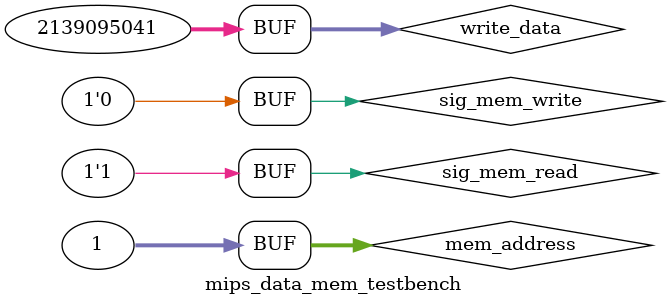
<source format=v>
module mips_data_mem_testbench();
		wire [31:0] read_data;
		reg [31:0] mem_address; 
		reg [31:0] write_data;
		reg sig_mem_read,sig_mem_write;
		
		mips_data_mem mem(read_data, mem_address, write_data, sig_mem_read, sig_mem_write);
		
		initial begin
		
		//mem_read signal is 1
		write_data = 32'b01111111100000000000000000000001; 
		mem_address = 32'b00000000000000000000000000000001; //1st adress
		sig_mem_read = 1'b0;
		sig_mem_write = 1'b0;
		#20;
		write_data = 32'b01111111100000000000000000000001; 
		mem_address = 32'b00000000000000000000000000000001; //1st adress
		sig_mem_read = 1'b1;
		sig_mem_write = 1'b1;
		#20;
		write_data = 32'b01111111100000000000000000000001; 
		mem_address = 32'b00000000000000000000000000000001; //1st adress
		sig_mem_read = 1'b1;
		sig_mem_write = 1'b0;
		#20;
		end
		initial begin
			$monitor("time=%2d, write_data=%32b,  adress=%32b,  \n mem_read=%1b,  mem_write=%1b,  read_data=%32b "
						,$time,write_data,mem_address,sig_mem_read,sig_mem_write,read_data);
		end
endmodule
</source>
